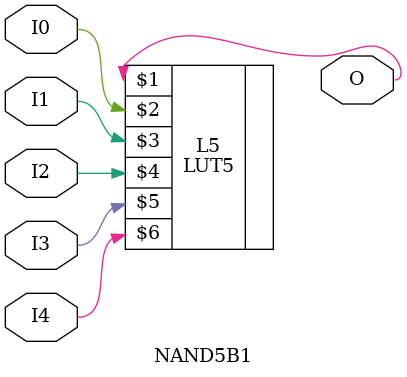
<source format=v>


`timescale  1 ps / 1 ps


module NAND5B1 (O, I0, I1, I2, I3, I4);

    output O;

    input  I0, I1, I2, I3, I4;

    LUT5 #(.INIT(32'hBFFFFFFF)) L5 (O, I0, I1, I2, I3, I4);

endmodule

</source>
